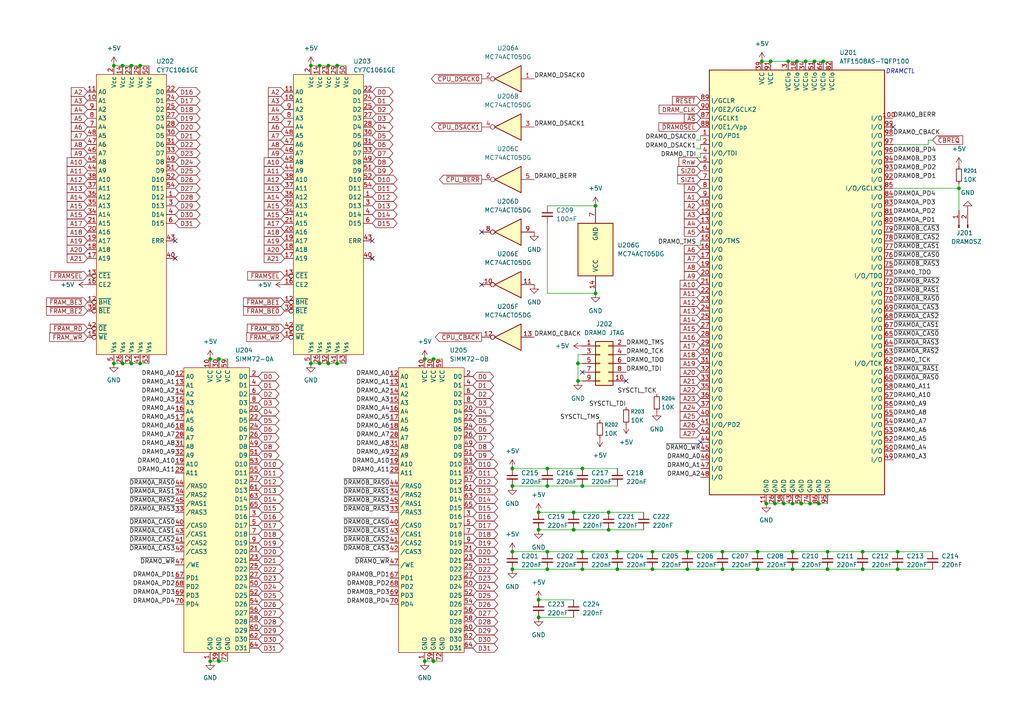
<source format=kicad_sch>
(kicad_sch (version 20250114) (generator "eeschema") (generator_version "9.0")
  (paper "A4")
  (text "DRAMCTL" (at 261.112 20.828 0) (effects (font (size 1.27 1.27) (italic yes))))
  (junction (at 158.75 135.89))
  (junction (at 38.1 19.05))
  (junction (at 232.41 146.05))
  (junction (at 95.25 105.41))
  (junction (at 224.79 146.05))
  (junction (at 199.39 165.1))
  (junction (at 158.75 165.1))
  (junction (at 60.96 104.14))
  (junction (at 219.71 160.02))
  (junction (at 148.59 135.89))
  (junction (at 219.71 165.1))
  (junction (at 229.87 146.05))
  (junction (at 158.75 160.02))
  (junction (at 97.79 19.05))
  (junction (at 229.87 165.1))
  (junction (at 179.07 160.02))
  (junction (at 228.6 17.78))
  (junction (at 260.35 160.02))
  (junction (at 156.21 153.67))
  (junction (at 95.25 19.05))
  (junction (at 125.73 191.77))
  (junction (at 233.68 17.78))
  (junction (at 166.37 153.67))
  (junction (at 60.96 191.77))
  (junction (at 35.56 19.05))
  (junction (at 260.35 165.1))
  (junction (at 90.17 19.05))
  (junction (at 92.71 105.41))
  (junction (at 240.03 165.1))
  (junction (at 40.64 105.41))
  (junction (at 156.21 173.99))
  (junction (at 167.64 105.41))
  (junction (at 63.5 104.14))
  (junction (at 35.56 105.41))
  (junction (at 209.55 165.1))
  (junction (at 38.1 105.41))
  (junction (at 40.64 19.05))
  (junction (at 223.52 17.78))
  (junction (at 156.21 179.07))
  (junction (at 167.64 110.49))
  (junction (at 240.03 160.02))
  (junction (at 168.91 160.02))
  (junction (at 97.79 105.41))
  (junction (at 168.91 135.89))
  (junction (at 179.07 165.1))
  (junction (at 236.22 17.78))
  (junction (at 123.19 191.77))
  (junction (at 209.55 160.02))
  (junction (at 222.25 146.05))
  (junction (at 250.19 160.02))
  (junction (at 63.5 191.77))
  (junction (at 220.98 17.78))
  (junction (at 172.72 59.69))
  (junction (at 92.71 19.05))
  (junction (at 90.17 105.41))
  (junction (at 168.91 140.97))
  (junction (at 229.87 160.02))
  (junction (at 237.49 146.05))
  (junction (at 123.19 104.14))
  (junction (at 148.59 165.1))
  (junction (at 231.14 17.78))
  (junction (at 33.02 105.41))
  (junction (at 238.76 17.78))
  (junction (at 156.21 148.59))
  (junction (at 158.75 140.97))
  (junction (at 250.19 165.1))
  (junction (at 125.73 104.14))
  (junction (at 227.33 146.05))
  (junction (at 234.95 146.05))
  (junction (at 176.53 153.67))
  (junction (at 148.59 140.97))
  (junction (at 148.59 160.02))
  (junction (at 172.72 85.09))
  (junction (at 189.23 160.02))
  (junction (at 176.53 148.59))
  (junction (at 278.13 54.61))
  (junction (at 168.91 165.1))
  (junction (at 33.02 19.05))
  (junction (at 189.23 165.1))
  (junction (at 199.39 160.02))
  (junction (at 166.37 148.59))
  (no_connect (at 50.8 74.93))
  (no_connect (at 107.95 74.93))
  (no_connect (at 181.61 110.49))
  (no_connect (at 168.91 107.95))
  (no_connect (at 50.8 69.85))
  (no_connect (at 107.95 69.85))
  (no_connect (at 203.2 128.27))
  (no_connect (at 139.7 82.55))
  (no_connect (at 259.08 36.83))
  (no_connect (at 139.7 67.31))
  (wire (pts (xy 203.2 40.64) (xy 203.2 39.37)))
  (wire (pts (xy 158.75 160.02) (xy 168.91 160.02)))
  (wire (pts (xy 167.64 105.41) (xy 167.64 110.49)))
  (wire (pts (xy 240.03 160.02) (xy 250.19 160.02)))
  (wire (pts (xy 260.35 165.1) (xy 270.51 165.1)))
  (wire (pts (xy 33.02 19.05) (xy 35.56 19.05)))
  (wire (pts (xy 219.71 160.02) (xy 229.87 160.02)))
  (wire (pts (xy 229.87 146.05) (xy 232.41 146.05)))
  (wire (pts (xy 60.96 104.14) (xy 63.5 104.14)))
  (wire (pts (xy 259.08 54.61) (xy 278.13 54.61)))
  (wire (pts (xy 148.59 140.97) (xy 158.75 140.97)))
  (wire (pts (xy 35.56 105.41) (xy 38.1 105.41)))
  (wire (pts (xy 158.75 85.09) (xy 172.72 85.09)))
  (wire (pts (xy 95.25 105.41) (xy 97.79 105.41)))
  (wire (pts (xy 234.95 146.05) (xy 237.49 146.05)))
  (wire (pts (xy 168.91 135.89) (xy 179.07 135.89)))
  (wire (pts (xy 166.37 148.59) (xy 176.53 148.59)))
  (wire (pts (xy 156.21 153.67) (xy 166.37 153.67)))
  (wire (pts (xy 158.75 64.77) (xy 158.75 85.09)))
  (wire (pts (xy 158.75 140.97) (xy 168.91 140.97)))
  (wire (pts (xy 92.71 105.41) (xy 95.25 105.41)))
  (wire (pts (xy 231.14 17.78) (xy 233.68 17.78)))
  (wire (pts (xy 201.93 40.64) (xy 203.2 40.64)))
  (wire (pts (xy 199.39 165.1) (xy 209.55 165.1)))
  (wire (pts (xy 176.53 148.59) (xy 186.69 148.59)))
  (wire (pts (xy 33.02 105.41) (xy 35.56 105.41)))
  (wire (pts (xy 167.64 102.87) (xy 167.64 105.41)))
  (wire (pts (xy 201.93 43.18) (xy 203.2 43.18)))
  (wire (pts (xy 156.21 148.59) (xy 166.37 148.59)))
  (wire (pts (xy 63.5 104.14) (xy 66.04 104.14)))
  (wire (pts (xy 229.87 165.1) (xy 240.03 165.1)))
  (wire (pts (xy 240.03 165.1) (xy 250.19 165.1)))
  (wire (pts (xy 203.2 43.18) (xy 203.2 41.91)))
  (wire (pts (xy 123.19 104.14) (xy 125.73 104.14)))
  (wire (pts (xy 269.24 40.64) (xy 269.24 41.91)))
  (wire (pts (xy 203.2 71.12) (xy 203.2 69.85)))
  (wire (pts (xy 176.53 153.67) (xy 186.69 153.67)))
  (wire (pts (xy 189.23 165.1) (xy 199.39 165.1)))
  (wire (pts (xy 40.64 105.41) (xy 43.18 105.41)))
  (wire (pts (xy 97.79 19.05) (xy 100.33 19.05)))
  (wire (pts (xy 92.71 19.05) (xy 95.25 19.05)))
  (wire (pts (xy 158.75 59.69) (xy 172.72 59.69)))
  (wire (pts (xy 229.87 160.02) (xy 240.03 160.02)))
  (wire (pts (xy 223.52 17.78) (xy 228.6 17.78)))
  (wire (pts (xy 125.73 104.14) (xy 128.27 104.14)))
  (wire (pts (xy 201.93 45.72) (xy 203.2 45.72)))
  (wire (pts (xy 203.2 45.72) (xy 203.2 44.45)))
  (wire (pts (xy 167.64 105.41) (xy 168.91 105.41)))
  (wire (pts (xy 90.17 19.05) (xy 92.71 19.05)))
  (wire (pts (xy 95.25 19.05) (xy 97.79 19.05)))
  (wire (pts (xy 270.51 40.64) (xy 269.24 40.64)))
  (wire (pts (xy 238.76 17.78) (xy 241.3 17.78)))
  (wire (pts (xy 236.22 17.78) (xy 238.76 17.78)))
  (wire (pts (xy 168.91 160.02) (xy 179.07 160.02)))
  (wire (pts (xy 219.71 165.1) (xy 229.87 165.1)))
  (wire (pts (xy 250.19 160.02) (xy 260.35 160.02)))
  (wire (pts (xy 199.39 160.02) (xy 209.55 160.02)))
  (wire (pts (xy 250.19 165.1) (xy 260.35 165.1)))
  (wire (pts (xy 158.75 135.89) (xy 168.91 135.89)))
  (wire (pts (xy 40.64 19.05) (xy 43.18 19.05)))
  (wire (pts (xy 156.21 179.07) (xy 166.37 179.07)))
  (wire (pts (xy 189.23 160.02) (xy 199.39 160.02)))
  (wire (pts (xy 224.79 146.05) (xy 227.33 146.05)))
  (wire (pts (xy 227.33 146.05) (xy 229.87 146.05)))
  (wire (pts (xy 167.64 110.49) (xy 168.91 110.49)))
  (wire (pts (xy 90.17 105.41) (xy 92.71 105.41)))
  (wire (pts (xy 148.59 135.89) (xy 158.75 135.89)))
  (wire (pts (xy 148.59 165.1) (xy 158.75 165.1)))
  (wire (pts (xy 220.98 17.78) (xy 223.52 17.78)))
  (wire (pts (xy 168.91 140.97) (xy 179.07 140.97)))
  (wire (pts (xy 179.07 165.1) (xy 189.23 165.1)))
  (wire (pts (xy 156.21 173.99) (xy 166.37 173.99)))
  (wire (pts (xy 179.07 160.02) (xy 189.23 160.02)))
  (wire (pts (xy 63.5 191.77) (xy 66.04 191.77)))
  (wire (pts (xy 233.68 17.78) (xy 236.22 17.78)))
  (wire (pts (xy 278.13 54.61) (xy 278.13 53.34)))
  (wire (pts (xy 278.13 54.61) (xy 278.13 60.96)))
  (wire (pts (xy 148.59 160.02) (xy 158.75 160.02)))
  (wire (pts (xy 38.1 19.05) (xy 40.64 19.05)))
  (wire (pts (xy 125.73 191.77) (xy 128.27 191.77)))
  (wire (pts (xy 201.93 71.12) (xy 203.2 71.12)))
  (wire (pts (xy 209.55 165.1) (xy 219.71 165.1)))
  (wire (pts (xy 232.41 146.05) (xy 234.95 146.05)))
  (wire (pts (xy 168.91 165.1) (xy 179.07 165.1)))
  (wire (pts (xy 168.91 102.87) (xy 167.64 102.87)))
  (wire (pts (xy 166.37 153.67) (xy 176.53 153.67)))
  (wire (pts (xy 260.35 160.02) (xy 270.51 160.02)))
  (wire (pts (xy 35.56 19.05) (xy 38.1 19.05)))
  (wire (pts (xy 209.55 160.02) (xy 219.71 160.02)))
  (wire (pts (xy 123.19 191.77) (xy 125.73 191.77)))
  (wire (pts (xy 97.79 105.41) (xy 100.33 105.41)))
  (wire (pts (xy 222.25 146.05) (xy 224.79 146.05)))
  (wire (pts (xy 269.24 41.91) (xy 259.08 41.91)))
  (wire (pts (xy 237.49 146.05) (xy 240.03 146.05)))
  (wire (pts (xy 228.6 17.78) (xy 231.14 17.78)))
  (wire (pts (xy 158.75 165.1) (xy 168.91 165.1)))
  (wire (pts (xy 38.1 105.41) (xy 40.64 105.41)))
  (wire (pts (xy 60.96 191.77) (xy 63.5 191.77)))
  (label "DRAM0_A1" (at 203.2 135.89 180))
  (label "DRAM0A_PD1" (at 259.08 64.77 0))
  (label "DRAM0_A1" (at 113.03 111.76 180))
  (label "DRAM0_A8" (at 50.8 129.54 180))
  (label "~{DRAM0B_CAS0}" (at 113.03 152.4 180))
  (label "~{DRAM0B_CAS3}" (at 113.03 160.02 180))
  (label "DRAM0_A4" (at 259.08 130.81 0))
  (label "~{DRAM0A_RAS0}" (at 259.08 110.49 0))
  (label "DRAM0_A6" (at 259.08 125.73 0))
  (label "DRAM0_TMS" (at 181.61 100.33 0))
  (label "~{DRAM0A_RAS2}" (at 259.08 102.87 0))
  (label "DRAM0_A9" (at 50.8 132.08 180))
  (label "DRAM0_A8" (at 113.03 129.54 180))
  (label "~{DRAM0A_CAS2}" (at 259.08 92.71 0))
  (label "DRAM0_TCK" (at 259.08 105.41 0))
  (label "~{DRAM0B_CAS0}" (at 259.08 74.93 0))
  (label "DRAM0_A11" (at 50.8 137.16 180))
  (label "DRAM0_A10" (at 50.8 134.62 180))
  (label "DRAM0B_PD3" (at 113.03 172.72 180))
  (label "DRAM0B_PD2" (at 113.03 170.18 180))
  (label "DRAM0_A7" (at 259.08 123.19 0))
  (label "DRAM0_A0" (at 50.8 109.22 180))
  (label "~{DRAM0B_CAS2}" (at 259.08 69.85 0))
  (label "DRAM0B_PD1" (at 259.08 52.07 0))
  (label "DRAM0_CBACK" (at 154.94 97.79 0))
  (label "DRAM0A_PD2" (at 50.8 170.18 180))
  (label "DRAM0_A10" (at 113.03 134.62 180))
  (label "DRAM0_TMS" (at 201.93 71.12 180))
  (label "~{DRAM0B_RAS1}" (at 113.03 143.51 180))
  (label "DRAM0_A5" (at 50.8 121.92 180))
  (label "DRAM0A_PD3" (at 259.08 59.69 0))
  (label "~{DRAM0B_CAS1}" (at 259.08 72.39 0))
  (label "DRAM0_A3" (at 113.03 116.84 180))
  (label "~{DRAM0B_CAS2}" (at 113.03 157.48 180))
  (label "DRAM0_TDI" (at 201.93 45.72 180))
  (label "DRAM0_A2" (at 113.03 114.3 180))
  (label "~{DRAM0B_CAS3}" (at 259.08 67.31 0))
  (label "~{DRAM0B_RAS3}" (at 259.08 77.47 0))
  (label "DRAM0_A11" (at 113.03 137.16 180))
  (label "SYSCTL_TDI" (at 181.61 118.11 180))
  (label "SYSCTL_TMS" (at 173.99 121.92 180))
  (label "DRAM0_A2" (at 50.8 114.3 180))
  (label "DRAM0_TDO" (at 181.61 105.41 0))
  (label "DRAM0_DSACK1" (at 154.94 36.83 0))
  (label "DRAM0A_PD3" (at 50.8 172.72 180))
  (label "~{DRAM0A_RAS3}" (at 50.8 148.59 180))
  (label "DRAM0_A3" (at 259.08 133.35 0))
  (label "DRAM0_A10" (at 259.08 115.57 0))
  (label "~{DRAM0A_RAS1}" (at 259.08 107.95 0))
  (label "DRAM0_A5" (at 113.03 121.92 180))
  (label "~{DRAM0_WR}" (at 113.03 163.83 180))
  (label "~{DRAM0B_RAS2}" (at 113.03 146.05 180))
  (label "DRAM0A_PD2" (at 259.08 62.23 0))
  (label "~{DRAM0A_CAS3}" (at 50.8 160.02 180))
  (label "~{DRAM0A_CAS1}" (at 50.8 154.94 180))
  (label "DRAM0_A4" (at 113.03 119.38 180))
  (label "DRAM0_TDO" (at 259.08 80.01 0))
  (label "DRAM0_A11" (at 259.08 113.03 0))
  (label "DRAM0_DSACK0" (at 201.93 40.64 180))
  (label "DRAM0_A7" (at 50.8 127 180))
  (label "~{DRAM0A_CAS0}" (at 50.8 152.4 180))
  (label "~{DRAM0B_RAS0}" (at 259.08 87.63 0))
  (label "DRAM0_BERR" (at 259.08 34.29 0))
  (label "DRAM0_A6" (at 113.03 124.46 180))
  (label "~{DRAM0A_RAS1}" (at 50.8 143.51 180))
  (label "DRAM0_A7" (at 113.03 127 180))
  (label "DRAM0_A2" (at 203.2 138.43 180))
  (label "DRAM0_DSACK0" (at 154.94 22.86 0))
  (label "~{DRAM0A_RAS3}" (at 259.08 100.33 0))
  (label "DRAM0_TCK" (at 181.61 102.87 0))
  (label "DRAM0_A6" (at 50.8 124.46 180))
  (label "DRAM0_A8" (at 259.08 120.65 0))
  (label "DRAM0_A9" (at 113.03 132.08 180))
  (label "~{DRAM0A_CAS0}" (at 259.08 97.79 0))
  (label "~{DRAM0_WR}" (at 203.2 130.81 180))
  (label "~{DRAM0A_RAS0}" (at 50.8 140.97 180))
  (label "~{DRAM0B_RAS3}" (at 113.03 148.59 180))
  (label "DRAM0B_PD3" (at 259.08 46.99 0))
  (label "DRAM0_BERR" (at 154.94 52.07 0))
  (label "~{DRAM0A_CAS3}" (at 259.08 90.17 0))
  (label "DRAM0A_PD1" (at 50.8 167.64 180))
  (label "DRAM0A_PD4" (at 50.8 175.26 180))
  (label "~{DRAM0_WR}" (at 50.8 163.83 180))
  (label "~{DRAM0B_RAS1}" (at 259.08 85.09 0))
  (label "DRAM0_A1" (at 50.8 111.76 180))
  (label "~{DRAM0A_RAS2}" (at 50.8 146.05 180))
  (label "DRAM0_A0" (at 203.2 133.35 180))
  (label "~{DRAM0B_RAS0}" (at 113.03 140.97 180))
  (label "~{DRAM0A_CAS2}" (at 50.8 157.48 180))
  (label "DRAM0B_PD2" (at 259.08 49.53 0))
  (label "DRAM0_TDI" (at 181.61 107.95 0))
  (label "DRAM0_CBACK" (at 259.08 39.37 0))
  (label "SYSCTL_TCK" (at 190.5 114.3 180))
  (label "DRAM0_A4" (at 50.8 119.38 180))
  (label "DRAM0B_PD4" (at 113.03 175.26 180))
  (label "~{DRAM0B_RAS2}" (at 259.08 82.55 0))
  (label "~{DRAM0B_CAS1}" (at 113.03 154.94 180))
  (label "~{DRAM0A_CAS1}" (at 259.08 95.25 0))
  (label "DRAM0B_PD4" (at 259.08 44.45 0))
  (label "DRAM0_DSACK1" (at 201.93 43.18 180))
  (label "DRAM0_A9" (at 259.08 118.11 0))
  (label "DRAM0_A3" (at 50.8 116.84 180))
  (label "DRAM0_A0" (at 113.03 109.22 180))
  (label "DRAM0_A5" (at 259.08 128.27 0))
  (label "DRAM0B_PD1" (at 113.03 167.64 180))
  (label "DRAM0A_PD4" (at 259.08 57.15 0))
  (global_label "A9" (shape input) (at 25.4 44.45 180) (property "Intersheetrefs" "${INTERSHEET_REFS}" (effects (hide yes))))
  (global_label "A14" (shape input) (at 82.55 57.15 180) (property "Intersheetrefs" "${INTERSHEET_REFS}" (effects (hide yes))))
  (global_label "A2" (shape input) (at 25.4 26.67 180) (property "Intersheetrefs" "${INTERSHEET_REFS}" (effects (hide yes))))
  (global_label "D9" (shape bidirectional) (at 137.16 132.08 0) (property "Intersheetrefs" "${INTERSHEET_REFS}" (effects (hide yes))))
  (global_label "A17" (shape input) (at 25.4 64.77 180) (property "Intersheetrefs" "${INTERSHEET_REFS}" (effects (hide yes))))
  (global_label "D29" (shape bidirectional) (at 74.93 182.88 0) (property "Intersheetrefs" "${INTERSHEET_REFS}" (effects (hide yes))))
  (global_label "SIZ0" (shape input) (at 203.2 49.53 180) (property "Intersheetrefs" "${INTERSHEET_REFS}" (effects (hide yes))))
  (global_label "~{FRAM_RD}" (shape input) (at 25.4 95.25 180) (property "Intersheetrefs" "${INTERSHEET_REFS}" (effects (hide yes))))
  (global_label "A6" (shape input) (at 25.4 36.83 180) (property "Intersheetrefs" "${INTERSHEET_REFS}" (effects (hide yes))))
  (global_label "A17" (shape input) (at 82.55 64.77 180) (property "Intersheetrefs" "${INTERSHEET_REFS}" (effects (hide yes))))
  (global_label "D14" (shape bidirectional) (at 74.93 144.78 0) (property "Intersheetrefs" "${INTERSHEET_REFS}" (effects (hide yes))))
  (global_label "~{FRAM_BE3}" (shape input) (at 25.4 87.63 180) (property "Intersheetrefs" "${INTERSHEET_REFS}" (effects (hide yes))))
  (global_label "D29" (shape bidirectional) (at 137.16 182.88 0) (property "Intersheetrefs" "${INTERSHEET_REFS}" (effects (hide yes))))
  (global_label "A19" (shape input) (at 25.4 69.85 180) (property "Intersheetrefs" "${INTERSHEET_REFS}" (effects (hide yes))))
  (global_label "D17" (shape bidirectional) (at 50.8 29.21 0) (property "Intersheetrefs" "${INTERSHEET_REFS}" (effects (hide yes))))
  (global_label "A7" (shape input) (at 203.2 74.93 180) (property "Intersheetrefs" "${INTERSHEET_REFS}" (effects (hide yes))))
  (global_label "A13" (shape input) (at 82.55 54.61 180) (property "Intersheetrefs" "${INTERSHEET_REFS}" (effects (hide yes))))
  (global_label "A11" (shape input) (at 25.4 49.53 180) (property "Intersheetrefs" "${INTERSHEET_REFS}" (effects (hide yes))))
  (global_label "D0" (shape bidirectional) (at 137.16 109.22 0) (property "Intersheetrefs" "${INTERSHEET_REFS}" (effects (hide yes))))
  (global_label "A20" (shape input) (at 203.2 107.95 180) (property "Intersheetrefs" "${INTERSHEET_REFS}" (effects (hide yes))))
  (global_label "D9" (shape bidirectional) (at 74.93 132.08 0) (property "Intersheetrefs" "${INTERSHEET_REFS}" (effects (hide yes))))
  (global_label "~{FRAM_BE1}" (shape input) (at 82.55 87.63 180) (property "Intersheetrefs" "${INTERSHEET_REFS}" (effects (hide yes))))
  (global_label "D26" (shape bidirectional) (at 50.8 52.07 0) (property "Intersheetrefs" "${INTERSHEET_REFS}" (effects (hide yes))))
  (global_label "D23" (shape bidirectional) (at 137.16 167.64 0) (property "Intersheetrefs" "${INTERSHEET_REFS}" (effects (hide yes))))
  (global_label "A21" (shape input) (at 203.2 110.49 180) (property "Intersheetrefs" "${INTERSHEET_REFS}" (effects (hide yes))))
  (global_label "D11" (shape bidirectional) (at 107.95 54.61 0) (property "Intersheetrefs" "${INTERSHEET_REFS}" (effects (hide yes))))
  (global_label "D24" (shape bidirectional) (at 74.93 170.18 0) (property "Intersheetrefs" "${INTERSHEET_REFS}" (effects (hide yes))))
  (global_label "D11" (shape bidirectional) (at 137.16 137.16 0) (property "Intersheetrefs" "${INTERSHEET_REFS}" (effects (hide yes))))
  (global_label "A7" (shape input) (at 82.55 39.37 180) (property "Intersheetrefs" "${INTERSHEET_REFS}" (effects (hide yes))))
  (global_label "D27" (shape bidirectional) (at 74.93 177.8 0) (property "Intersheetrefs" "${INTERSHEET_REFS}" (effects (hide yes))))
  (global_label "D3" (shape bidirectional) (at 137.16 116.84 0) (property "Intersheetrefs" "${INTERSHEET_REFS}" (effects (hide yes))))
  (global_label "A23" (shape input) (at 203.2 115.57 180) (property "Intersheetrefs" "${INTERSHEET_REFS}" (effects (hide yes))))
  (global_label "D26" (shape bidirectional) (at 137.16 175.26 0) (property "Intersheetrefs" "${INTERSHEET_REFS}" (effects (hide yes))))
  (global_label "D31" (shape bidirectional) (at 50.8 64.77 0) (property "Intersheetrefs" "${INTERSHEET_REFS}" (effects (hide yes))))
  (global_label "D18" (shape bidirectional) (at 137.16 154.94 0) (property "Intersheetrefs" "${INTERSHEET_REFS}" (effects (hide yes))))
  (global_label "A5" (shape input) (at 82.55 34.29 180) (property "Intersheetrefs" "${INTERSHEET_REFS}" (effects (hide yes))))
  (global_label "A3" (shape input) (at 82.55 29.21 180) (property "Intersheetrefs" "${INTERSHEET_REFS}" (effects (hide yes))))
  (global_label "D19" (shape bidirectional) (at 74.93 157.48 0) (property "Intersheetrefs" "${INTERSHEET_REFS}" (effects (hide yes))))
  (global_label "D29" (shape bidirectional) (at 50.8 59.69 0) (property "Intersheetrefs" "${INTERSHEET_REFS}" (effects (hide yes))))
  (global_label "D5" (shape bidirectional) (at 107.95 39.37 0) (property "Intersheetrefs" "${INTERSHEET_REFS}" (effects (hide yes))))
  (global_label "D4" (shape bidirectional) (at 74.93 119.38 0) (property "Intersheetrefs" "${INTERSHEET_REFS}" (effects (hide yes))))
  (global_label "D30" (shape bidirectional) (at 137.16 185.42 0) (property "Intersheetrefs" "${INTERSHEET_REFS}" (effects (hide yes))))
  (global_label "A9" (shape input) (at 82.55 44.45 180) (property "Intersheetrefs" "${INTERSHEET_REFS}" (effects (hide yes))))
  (global_label "A10" (shape input) (at 25.4 46.99 180) (property "Intersheetrefs" "${INTERSHEET_REFS}" (effects (hide yes))))
  (global_label "D15" (shape bidirectional) (at 107.95 64.77 0) (property "Intersheetrefs" "${INTERSHEET_REFS}" (effects (hide yes))))
  (global_label "D21" (shape bidirectional) (at 50.8 39.37 0) (property "Intersheetrefs" "${INTERSHEET_REFS}" (effects (hide yes))))
  (global_label "A19" (shape input) (at 203.2 105.41 180) (property "Intersheetrefs" "${INTERSHEET_REFS}" (effects (hide yes))))
  (global_label "D6" (shape bidirectional) (at 137.16 124.46 0) (property "Intersheetrefs" "${INTERSHEET_REFS}" (effects (hide yes))))
  (global_label "D15" (shape bidirectional) (at 137.16 147.32 0) (property "Intersheetrefs" "${INTERSHEET_REFS}" (effects (hide yes))))
  (global_label "D28" (shape bidirectional) (at 137.16 180.34 0) (property "Intersheetrefs" "${INTERSHEET_REFS}" (effects (hide yes))))
  (global_label "~{AS}" (shape input) (at 203.2 34.29 180) (property "Intersheetrefs" "${INTERSHEET_REFS}" (effects (hide yes))))
  (global_label "A12" (shape input) (at 82.55 52.07 180) (property "Intersheetrefs" "${INTERSHEET_REFS}" (effects (hide yes))))
  (global_label "A15" (shape input) (at 25.4 62.23 180) (property "Intersheetrefs" "${INTERSHEET_REFS}" (effects (hide yes))))
  (global_label "D28" (shape bidirectional) (at 74.93 180.34 0) (property "Intersheetrefs" "${INTERSHEET_REFS}" (effects (hide yes))))
  (global_label "A21" (shape input) (at 82.55 74.93 180) (property "Intersheetrefs" "${INTERSHEET_REFS}" (effects (hide yes))))
  (global_label "D6" (shape bidirectional) (at 107.95 41.91 0) (property "Intersheetrefs" "${INTERSHEET_REFS}" (effects (hide yes))))
  (global_label "D12" (shape bidirectional) (at 74.93 139.7 0) (property "Intersheetrefs" "${INTERSHEET_REFS}" (effects (hide yes))))
  (global_label "D11" (shape bidirectional) (at 74.93 137.16 0) (property "Intersheetrefs" "${INTERSHEET_REFS}" (effects (hide yes))))
  (global_label "D10" (shape bidirectional) (at 137.16 134.62 0) (property "Intersheetrefs" "${INTERSHEET_REFS}" (effects (hide yes))))
  (global_label "D25" (shape bidirectional) (at 74.93 172.72 0) (property "Intersheetrefs" "${INTERSHEET_REFS}" (effects (hide yes))))
  (global_label "D7" (shape bidirectional) (at 74.93 127 0) (property "Intersheetrefs" "${INTERSHEET_REFS}" (effects (hide yes))))
  (global_label "D21" (shape bidirectional) (at 137.16 162.56 0) (property "Intersheetrefs" "${INTERSHEET_REFS}" (effects (hide yes))))
  (global_label "D19" (shape bidirectional) (at 137.16 157.48 0) (property "Intersheetrefs" "${INTERSHEET_REFS}" (effects (hide yes))))
  (global_label "~{FRAMSEL}" (shape input) (at 82.55 80.01 180) (property "Intersheetrefs" "${INTERSHEET_REFS}" (effects (hide yes))))
  (global_label "D5" (shape bidirectional) (at 74.93 121.92 0) (property "Intersheetrefs" "${INTERSHEET_REFS}" (effects (hide yes))))
  (global_label "A12" (shape input) (at 25.4 52.07 180) (property "Intersheetrefs" "${INTERSHEET_REFS}" (effects (hide yes))))
  (global_label "D16" (shape bidirectional) (at 50.8 26.67 0) (property "Intersheetrefs" "${INTERSHEET_REFS}" (effects (hide yes))))
  (global_label "A18" (shape input) (at 25.4 67.31 180) (property "Intersheetrefs" "${INTERSHEET_REFS}" (effects (hide yes))))
  (global_label "~{CPU_CBACK}" (shape output) (at 139.7 97.79 180) (property "Intersheetrefs" "${INTERSHEET_REFS}" (effects (hide yes))))
  (global_label "A24" (shape input) (at 203.2 118.11 180) (property "Intersheetrefs" "${INTERSHEET_REFS}" (effects (hide yes))))
  (global_label "D31" (shape bidirectional) (at 74.93 187.96 0) (property "Intersheetrefs" "${INTERSHEET_REFS}" (effects (hide yes))))
  (global_label "D12" (shape bidirectional) (at 107.95 57.15 0) (property "Intersheetrefs" "${INTERSHEET_REFS}" (effects (hide yes))))
  (global_label "A14" (shape input) (at 25.4 57.15 180) (property "Intersheetrefs" "${INTERSHEET_REFS}" (effects (hide yes))))
  (global_label "D14" (shape bidirectional) (at 107.95 62.23 0) (property "Intersheetrefs" "${INTERSHEET_REFS}" (effects (hide yes))))
  (global_label "~{CPU_BERR}" (shape output) (at 139.7 52.07 180) (property "Intersheetrefs" "${INTERSHEET_REFS}" (effects (hide yes))))
  (global_label "A2" (shape input) (at 82.55 26.67 180) (property "Intersheetrefs" "${INTERSHEET_REFS}" (effects (hide yes))))
  (global_label "A15" (shape input) (at 25.4 59.69 180) (property "Intersheetrefs" "${INTERSHEET_REFS}" (effects (hide yes))))
  (global_label "A10" (shape input) (at 82.55 46.99 180) (property "Intersheetrefs" "${INTERSHEET_REFS}" (effects (hide yes))))
  (global_label "D24" (shape bidirectional) (at 137.16 170.18 0) (property "Intersheetrefs" "${INTERSHEET_REFS}" (effects (hide yes))))
  (global_label "D0" (shape bidirectional) (at 74.93 109.22 0) (property "Intersheetrefs" "${INTERSHEET_REFS}" (effects (hide yes))))
  (global_label "A10" (shape input) (at 203.2 82.55 180) (property "Intersheetrefs" "${INTERSHEET_REFS}" (effects (hide yes))))
  (global_label "D21" (shape bidirectional) (at 74.93 162.56 0) (property "Intersheetrefs" "${INTERSHEET_REFS}" (effects (hide yes))))
  (global_label "D13" (shape bidirectional) (at 107.95 59.69 0) (property "Intersheetrefs" "${INTERSHEET_REFS}" (effects (hide yes))))
  (global_label "D2" (shape bidirectional) (at 74.93 114.3 0) (property "Intersheetrefs" "${INTERSHEET_REFS}" (effects (hide yes))))
  (global_label "DRAM_CLK" (shape input) (at 203.2 31.75 180) (property "Intersheetrefs" "${INTERSHEET_REFS}" (effects (hide yes))))
  (global_label "D24" (shape bidirectional) (at 50.8 46.99 0) (property "Intersheetrefs" "${INTERSHEET_REFS}" (effects (hide yes))))
  (global_label "A19" (shape input) (at 82.55 69.85 180) (property "Intersheetrefs" "${INTERSHEET_REFS}" (effects (hide yes))))
  (global_label "D3" (shape bidirectional) (at 107.95 34.29 0) (property "Intersheetrefs" "${INTERSHEET_REFS}" (effects (hide yes))))
  (global_label "A13" (shape input) (at 25.4 54.61 180) (property "Intersheetrefs" "${INTERSHEET_REFS}" (effects (hide yes))))
  (global_label "D27" (shape bidirectional) (at 50.8 54.61 0) (property "Intersheetrefs" "${INTERSHEET_REFS}" (effects (hide yes))))
  (global_label "A25" (shape input) (at 203.2 120.65 180) (property "Intersheetrefs" "${INTERSHEET_REFS}" (effects (hide yes))))
  (global_label "D2" (shape bidirectional) (at 137.16 114.3 0) (property "Intersheetrefs" "${INTERSHEET_REFS}" (effects (hide yes))))
  (global_label "D22" (shape bidirectional) (at 137.16 165.1 0) (property "Intersheetrefs" "${INTERSHEET_REFS}" (effects (hide yes))))
  (global_label "A15" (shape input) (at 203.2 95.25 180) (property "Intersheetrefs" "${INTERSHEET_REFS}" (effects (hide yes))))
  (global_label "D9" (shape bidirectional) (at 107.95 49.53 0) (property "Intersheetrefs" "${INTERSHEET_REFS}" (effects (hide yes))))
  (global_label "D10" (shape bidirectional) (at 74.93 134.62 0) (property "Intersheetrefs" "${INTERSHEET_REFS}" (effects (hide yes))))
  (global_label "D0" (shape bidirectional) (at 107.95 26.67 0) (property "Intersheetrefs" "${INTERSHEET_REFS}" (effects (hide yes))))
  (global_label "A4" (shape input) (at 82.55 31.75 180) (property "Intersheetrefs" "${INTERSHEET_REFS}" (effects (hide yes))))
  (global_label "A9" (shape input) (at 203.2 80.01 180) (property "Intersheetrefs" "${INTERSHEET_REFS}" (effects (hide yes))))
  (global_label "A18" (shape input) (at 82.55 67.31 180) (property "Intersheetrefs" "${INTERSHEET_REFS}" (effects (hide yes))))
  (global_label "A3" (shape input) (at 25.4 29.21 180) (property "Intersheetrefs" "${INTERSHEET_REFS}" (effects (hide yes))))
  (global_label "A21" (shape input) (at 25.4 74.93 180) (property "Intersheetrefs" "${INTERSHEET_REFS}" (effects (hide yes))))
  (global_label "D13" (shape bidirectional) (at 137.16 142.24 0) (property "Intersheetrefs" "${INTERSHEET_REFS}" (effects (hide yes))))
  (global_label "D15" (shape bidirectional) (at 74.93 147.32 0) (property "Intersheetrefs" "${INTERSHEET_REFS}" (effects (hide yes))))
  (global_label "D18" (shape bidirectional) (at 50.8 31.75 0) (property "Intersheetrefs" "${INTERSHEET_REFS}" (effects (hide yes))))
  (global_label "D1" (shape bidirectional) (at 74.93 111.76 0) (property "Intersheetrefs" "${INTERSHEET_REFS}" (effects (hide yes))))
  (global_label "D19" (shape bidirectional) (at 50.8 34.29 0) (property "Intersheetrefs" "${INTERSHEET_REFS}" (effects (hide yes))))
  (global_label "~{CPU_DSACK0}" (shape output) (at 139.7 22.86 180) (property "Intersheetrefs" "${INTERSHEET_REFS}" (effects (hide yes))))
  (global_label "D23" (shape bidirectional) (at 74.93 167.64 0) (property "Intersheetrefs" "${INTERSHEET_REFS}" (effects (hide yes))))
  (global_label "SIZ1" (shape input) (at 203.2 52.07 180) (property "Intersheetrefs" "${INTERSHEET_REFS}" (effects (hide yes))))
  (global_label "A14" (shape input) (at 203.2 92.71 180) (property "Intersheetrefs" "${INTERSHEET_REFS}" (effects (hide yes))))
  (global_label "A8" (shape input) (at 203.2 77.47 180) (property "Intersheetrefs" "${INTERSHEET_REFS}" (effects (hide yes))))
  (global_label "A16" (shape input) (at 203.2 97.79 180) (property "Intersheetrefs" "${INTERSHEET_REFS}" (effects (hide yes))))
  (global_label "D27" (shape bidirectional) (at 137.16 177.8 0) (property "Intersheetrefs" "${INTERSHEET_REFS}" (effects (hide yes))))
  (global_label "D5" (shape bidirectional) (at 137.16 121.92 0) (property "Intersheetrefs" "${INTERSHEET_REFS}" (effects (hide yes))))
  (global_label "D26" (shape bidirectional) (at 74.93 175.26 0) (property "Intersheetrefs" "${INTERSHEET_REFS}" (effects (hide yes))))
  (global_label "D18" (shape bidirectional) (at 74.93 154.94 0) (property "Intersheetrefs" "${INTERSHEET_REFS}" (effects (hide yes))))
  (global_label "D25" (shape bidirectional) (at 137.16 172.72 0) (property "Intersheetrefs" "${INTERSHEET_REFS}" (effects (hide yes))))
  (global_label "D17" (shape bidirectional) (at 74.93 152.4 0) (property "Intersheetrefs" "${INTERSHEET_REFS}" (effects (hide yes))))
  (global_label "~{CBREQ}" (shape input) (at 270.51 40.64 0) (property "Intersheetrefs" "${INTERSHEET_REFS}" (effects (hide yes))))
  (global_label "A8" (shape input) (at 82.55 41.91 180) (property "Intersheetrefs" "${INTERSHEET_REFS}" (effects (hide yes))))
  (global_label "D16" (shape bidirectional) (at 137.16 149.86 0) (property "Intersheetrefs" "${INTERSHEET_REFS}" (effects (hide yes))))
  (global_label "D20" (shape bidirectional) (at 74.93 160.02 0) (property "Intersheetrefs" "${INTERSHEET_REFS}" (effects (hide yes))))
  (global_label "A1" (shape input) (at 203.2 57.15 180) (property "Intersheetrefs" "${INTERSHEET_REFS}" (effects (hide yes))))
  (global_label "D1" (shape bidirectional) (at 137.16 111.76 0) (property "Intersheetrefs" "${INTERSHEET_REFS}" (effects (hide yes))))
  (global_label "D30" (shape bidirectional) (at 50.8 62.23 0) (property "Intersheetrefs" "${INTERSHEET_REFS}" (effects (hide yes))))
  (global_label "A11" (shape input) (at 203.2 85.09 180) (property "Intersheetrefs" "${INTERSHEET_REFS}" (effects (hide yes))))
  (global_label "D8" (shape bidirectional) (at 74.93 129.54 0) (property "Intersheetrefs" "${INTERSHEET_REFS}" (effects (hide yes))))
  (global_label "~{RESET}" (shape input) (at 203.2 29.21 180) (property "Intersheetrefs" "${INTERSHEET_REFS}" (effects (hide yes))))
  (global_label "D12" (shape bidirectional) (at 137.16 139.7 0) (property "Intersheetrefs" "${INTERSHEET_REFS}" (effects (hide yes))))
  (global_label "D13" (shape bidirectional) (at 74.93 142.24 0) (property "Intersheetrefs" "${INTERSHEET_REFS}" (effects (hide yes))))
  (global_label "RnW" (shape input) (at 203.2 46.99 180) (property "Intersheetrefs" "${INTERSHEET_REFS}" (effects (hide yes))))
  (global_label "A15" (shape input) (at 82.55 59.69 180) (property "Intersheetrefs" "${INTERSHEET_REFS}" (effects (hide yes))))
  (global_label "D1" (shape bidirectional) (at 107.95 29.21 0) (property "Intersheetrefs" "${INTERSHEET_REFS}" (effects (hide yes))))
  (global_label "A2" (shape input) (at 203.2 59.69 180) (property "Intersheetrefs" "${INTERSHEET_REFS}" (effects (hide yes))))
  (global_label "A11" (shape input) (at 82.55 49.53 180) (property "Intersheetrefs" "${INTERSHEET_REFS}" (effects (hide yes))))
  (global_label "~{FRAMSEL}" (shape input) (at 25.4 80.01 180) (property "Intersheetrefs" "${INTERSHEET_REFS}" (effects (hide yes))))
  (global_label "~{FRAM_RD}" (shape input) (at 82.55 95.25 180) (property "Intersheetrefs" "${INTERSHEET_REFS}" (effects (hide yes))))
  (global_label "A20" (shape input) (at 25.4 72.39 180) (property "Intersheetrefs" "${INTERSHEET_REFS}" (effects (hide yes))))
  (global_label "D16" (shape bidirectional) (at 74.93 149.86 0) (property "Intersheetrefs" "${INTERSHEET_REFS}" (effects (hide yes))))
  (global_label "D20" (shape bidirectional) (at 137.16 160.02 0) (property "Intersheetrefs" "${INTERSHEET_REFS}" (effects (hide yes))))
  (global_label "~{DRAM0SEL}" (shape input) (at 203.2 36.83 180) (property "Intersheetrefs" "${INTERSHEET_REFS}" (effects (hide yes))))
  (global_label "D7" (shape bidirectional) (at 137.16 127 0) (property "Intersheetrefs" "${INTERSHEET_REFS}" (effects (hide yes))))
  (global_label "~{FRAM_BE0}" (shape input) (at 82.55 90.17 180) (property "Intersheetrefs" "${INTERSHEET_REFS}" (effects (hide yes))))
  (global_label "A0" (shape input) (at 203.2 54.61 180) (property "Intersheetrefs" "${INTERSHEET_REFS}" (effects (hide yes))))
  (global_label "~{CPU_DSACK1}" (shape output) (at 139.7 36.83 180) (property "Intersheetrefs" "${INTERSHEET_REFS}" (effects (hide yes))))
  (global_label "A13" (shape input) (at 203.2 90.17 180) (property "Intersheetrefs" "${INTERSHEET_REFS}" (effects (hide yes))))
  (global_label "D20" (shape bidirectional) (at 50.8 36.83 0) (property "Intersheetrefs" "${INTERSHEET_REFS}" (effects (hide yes))))
  (global_label "D30" (shape bidirectional) (at 74.93 185.42 0) (property "Intersheetrefs" "${INTERSHEET_REFS}" (effects (hide yes))))
  (global_label "A26" (shape input) (at 203.2 123.19 180) (property "Intersheetrefs" "${INTERSHEET_REFS}" (effects (hide yes))))
  (global_label "D4" (shape bidirectional) (at 137.16 119.38 0) (property "Intersheetrefs" "${INTERSHEET_REFS}" (effects (hide yes))))
  (global_label "D17" (shape bidirectional) (at 137.16 152.4 0) (property "Intersheetrefs" "${INTERSHEET_REFS}" (effects (hide yes))))
  (global_label "A6" (shape input) (at 82.55 36.83 180) (property "Intersheetrefs" "${INTERSHEET_REFS}" (effects (hide yes))))
  (global_label "A3" (shape input) (at 203.2 62.23 180) (property "Intersheetrefs" "${INTERSHEET_REFS}" (effects (hide yes))))
  (global_label "D22" (shape bidirectional) (at 74.93 165.1 0) (property "Intersheetrefs" "${INTERSHEET_REFS}" (effects (hide yes))))
  (global_label "A6" (shape input) (at 203.2 72.39 180) (property "Intersheetrefs" "${INTERSHEET_REFS}" (effects (hide yes))))
  (global_label "D28" (shape bidirectional) (at 50.8 57.15 0) (property "Intersheetrefs" "${INTERSHEET_REFS}" (effects (hide yes))))
  (global_label "D10" (shape bidirectional) (at 107.95 52.07 0) (property "Intersheetrefs" "${INTERSHEET_REFS}" (effects (hide yes))))
  (global_label "D2" (shape bidirectional) (at 107.95 31.75 0) (property "Intersheetrefs" "${INTERSHEET_REFS}" (effects (hide yes))))
  (global_label "A8" (shape input) (at 25.4 41.91 180) (property "Intersheetrefs" "${INTERSHEET_REFS}" (effects (hide yes))))
  (global_label "D3" (shape bidirectional) (at 74.93 116.84 0) (property "Intersheetrefs" "${INTERSHEET_REFS}" (effects (hide yes))))
  (global_label "A4" (shape input) (at 25.4 31.75 180) (property "Intersheetrefs" "${INTERSHEET_REFS}" (effects (hide yes))))
  (global_label "D22" (shape bidirectional) (at 50.8 41.91 0) (property "Intersheetrefs" "${INTERSHEET_REFS}" (effects (hide yes))))
  (global_label "D8" (shape bidirectional) (at 107.95 46.99 0) (property "Intersheetrefs" "${INTERSHEET_REFS}" (effects (hide yes))))
  (global_label "A20" (shape input) (at 82.55 72.39 180) (property "Intersheetrefs" "${INTERSHEET_REFS}" (effects (hide yes))))
  (global_label "A18" (shape input) (at 203.2 102.87 180) (property "Intersheetrefs" "${INTERSHEET_REFS}" (effects (hide yes))))
  (global_label "D31" (shape bidirectional) (at 137.16 187.96 0) (property "Intersheetrefs" "${INTERSHEET_REFS}" (effects (hide yes))))
  (global_label "D25" (shape bidirectional) (at 50.8 49.53 0) (property "Intersheetrefs" "${INTERSHEET_REFS}" (effects (hide yes))))
  (global_label "A27" (shape input) (at 203.2 125.73 180) (property "Intersheetrefs" "${INTERSHEET_REFS}" (effects (hide yes))))
  (global_label "A17" (shape input) (at 203.2 100.33 180) (property "Intersheetrefs" "${INTERSHEET_REFS}" (effects (hide yes))))
  (global_label "A7" (shape input) (at 25.4 39.37 180) (property "Intersheetrefs" "${INTERSHEET_REFS}" (effects (hide yes))))
  (global_label "D8" (shape bidirectional) (at 137.16 129.54 0) (property "Intersheetrefs" "${INTERSHEET_REFS}" (effects (hide yes))))
  (global_label "A15" (shape input) (at 82.55 62.23 180) (property "Intersheetrefs" "${INTERSHEET_REFS}" (effects (hide yes))))
  (global_label "D14" (shape bidirectional) (at 137.16 144.78 0) (property "Intersheetrefs" "${INTERSHEET_REFS}" (effects (hide yes))))
  (global_label "A4" (shape input) (at 203.2 64.77 180) (property "Intersheetrefs" "${INTERSHEET_REFS}" (effects (hide yes))))
  (global_label "A22" (shape input) (at 203.2 113.03 180) (property "Intersheetrefs" "${INTERSHEET_REFS}" (effects (hide yes))))
  (global_label "A12" (shape input) (at 203.2 87.63 180) (property "Intersheetrefs" "${INTERSHEET_REFS}" (effects (hide yes))))
  (global_label "D23" (shape bidirectional) (at 50.8 44.45 0) (property "Intersheetrefs" "${INTERSHEET_REFS}" (effects (hide yes))))
  (global_label "~{FRAM_BE2}" (shape input) (at 25.4 90.17 180) (property "Intersheetrefs" "${INTERSHEET_REFS}" (effects (hide yes))))
  (global_label "A5" (shape input) (at 25.4 34.29 180) (property "Intersheetrefs" "${INTERSHEET_REFS}" (effects (hide yes))))
  (global_label "~{FRAM_WR}" (shape input) (at 25.4 97.79 180) (property "Intersheetrefs" "${INTERSHEET_REFS}" (effects (hide yes))))
  (global_label "A5" (shape input) (at 203.2 67.31 180) (property "Intersheetrefs" "${INTERSHEET_REFS}" (effects (hide yes))))
  (global_label "~{FRAM_WR}" (shape input) (at 82.55 97.79 180) (property "Intersheetrefs" "${INTERSHEET_REFS}" (effects (hide yes))))
  (global_label "D7" (shape bidirectional) (at 107.95 44.45 0) (property "Intersheetrefs" "${INTERSHEET_REFS}" (effects (hide yes))))
  (global_label "D4" (shape bidirectional) (at 107.95 36.83 0) (property "Intersheetrefs" "${INTERSHEET_REFS}" (effects (hide yes))))
  (global_label "D6" (shape bidirectional) (at 74.93 124.46 0) (property "Intersheetrefs" "${INTERSHEET_REFS}" (effects (hide yes))))
  (symbol (lib_id "Device:C_Small") (at 186.69 151.13 0) (unit 1)
    (property "Reference" "C222" (at 189.23 149.8662 0) (effects (justify left)))
    (property "Value" "220nF" (at 189.23 152.4062 0) (effects (justify left)))
    (property "Footprint" "Capacitor_SMD:C_0805_2012Metric" (effects (hide yes)))
    (property "Description" "Unpolarized capacitor, small symbol" (effects (hide yes)))
  )
  (symbol (lib_id "Device:C_Small") (at 156.21 176.53 0) (unit 1)
    (property "Reference" "C223" (at 158.75 175.2662 0) (effects (justify left)))
    (property "Value" "220nF" (at 158.75 177.8062 0) (effects (justify left)))
    (property "Footprint" "Capacitor_SMD:C_0805_2012Metric" (effects (hide yes)))
    (property "Description" "Unpolarized capacitor, small symbol" (effects (hide yes)))
  )
  (symbol (lib_id "power:GND") (at 148.59 140.97 0) (unit 1)
    (property "Reference" "#PWR0227" (effects (hide yes)))
    (property "Value" "GND" (at 148.59 146.05 0))
    (property "Description" "Power symbol creates a global label with name \"GND\" , ground" (effects (hide yes)))
  )
  (symbol (lib_id "power:+5V") (at 181.61 123.19 180) (unit 1)
    (property "Reference" "#PWR0224" (effects (hide yes)))
    (property "Value" "+5V" (at 181.61 128.27 0))
    (property "Description" "Power symbol creates a global label with name \"+5V\"" (effects (hide yes)))
  )
  (symbol (lib_id "74xx:74LS05") (at 147.32 22.86 180) (unit 1)
    (property "Reference" "U206" (at 147.32 13.97 0))
    (property "Value" "MC74ACT05DG" (at 147.32 16.51 0))
    (property "Footprint" "Package_SO:SOIC-14_3.9x8.7mm_P1.27mm" (effects (hide yes)))
    (property "Datasheet" "http://www.ti.com/lit/gpn/sn74LS05" (effects (hide yes)))
    (property "Description" "Inverter Open Collect" (effects (hide yes)))
    (property "Part" "MC74ACT05DG" (effects (hide yes)))
  )
  (symbol (lib_id "power:GND") (at 156.21 153.67 0) (unit 1)
    (property "Reference" "#PWR0229" (effects (hide yes)))
    (property "Value" "GND" (at 156.21 158.75 0))
    (property "Description" "Power symbol creates a global label with name \"GND\" , ground" (effects (hide yes)))
  )
  (symbol (lib_id "power:+5V") (at 148.59 135.89 0) (unit 1)
    (property "Reference" "#PWR0226" (effects (hide yes)))
    (property "Value" "+5V" (at 148.59 130.81 0))
    (property "Description" "Power symbol creates a global label with name \"+5V\"" (effects (hide yes)))
  )
  (symbol (lib_id "power:+5V") (at 156.21 173.99 0) (unit 1)
    (property "Reference" "#PWR0230" (effects (hide yes)))
    (property "Value" "+5V" (at 156.21 168.91 0))
    (property "Description" "Power symbol creates a global label with name \"+5V\"" (effects (hide yes)))
  )
  (symbol (lib_id "power:+5V") (at 25.4 82.55 90) (unit 1)
    (property "Reference" "#PWR0206" (effects (hide yes)))
    (property "Value" "+5V" (at 21.59 82.5499 90) (effects (justify left)))
    (property "Description" "Power symbol creates a global label with name \"+5V\"" (effects (hide yes)))
  )
  (symbol (lib_id "74xx:74LS05") (at 147.32 36.83 180) (unit 2)
    (property "Reference" "U206" (at 147.32 27.94 0))
    (property "Value" "MC74ACT05DG" (at 147.32 30.48 0))
    (property "Footprint" "Package_SO:SOIC-14_3.9x8.7mm_P1.27mm" (effects (hide yes)))
    (property "Datasheet" "http://www.ti.com/lit/gpn/sn74LS05" (effects (hide yes)))
    (property "Description" "Inverter Open Collect" (effects (hide yes)))
    (property "Part" "MC74ACT05DG" (effects (hide yes)))
  )
  (symbol (lib_id "power:GND") (at 156.21 179.07 0) (unit 1)
    (property "Reference" "#PWR0231" (effects (hide yes)))
    (property "Value" "GND" (at 156.21 184.15 0))
    (property "Description" "Power symbol creates a global label with name \"GND\" , ground" (effects (hide yes)))
  )
  (symbol (lib_id "Device:C_Small") (at 158.75 62.23 0) (unit 1)
    (property "Reference" "C209" (at 161.29 60.9662 0) (effects (justify left)))
    (property "Value" "100nF" (at 161.29 63.5062 0) (effects (justify left)))
    (property "Footprint" "Capacitor_SMD:C_0805_2012Metric" (effects (hide yes)))
    (property "Description" "Unpolarized capacitor, small symbol" (effects (hide yes)))
  )
  (symbol (lib_id "Device:C_Small") (at 229.87 162.56 0) (unit 1)
    (property "Reference" "C210" (at 232.41 161.2962 0) (effects (justify left)))
    (property "Value" "220nF" (at 232.41 163.8362 0) (effects (justify left)))
    (property "Footprint" "Capacitor_SMD:C_0805_2012Metric" (effects (hide yes)))
    (property "Description" "Unpolarized capacitor, small symbol" (effects (hide yes)))
  )
  (symbol (lib_id "Device:C_Small") (at 179.07 138.43 0) (unit 1)
    (property "Reference" "C218" (at 181.61 137.1662 0) (effects (justify left)))
    (property "Value" "220nF" (at 181.61 139.7062 0) (effects (justify left)))
    (property "Footprint" "Capacitor_SMD:C_0805_2012Metric" (effects (hide yes)))
    (property "Description" "Unpolarized capacitor, small symbol" (effects (hide yes)))
  )
  (symbol (lib_id "power:+5V") (at 90.17 19.05 0) (unit 1)
    (property "Reference" "#PWR0210" (effects (hide yes)))
    (property "Value" "+5V" (at 90.17 13.97 0))
    (property "Description" "Power symbol creates a global label with name \"+5V\"" (effects (hide yes)))
  )
  (symbol (lib_id "Device:C_Small") (at 240.03 162.56 0) (unit 1)
    (property "Reference" "C211" (at 242.57 161.2962 0) (effects (justify left)))
    (property "Value" "220nF" (at 242.57 163.8362 0) (effects (justify left)))
    (property "Footprint" "Capacitor_SMD:C_0805_2012Metric" (effects (hide yes)))
    (property "Description" "Unpolarized capacitor, small symbol" (effects (hide yes)))
  )
  (symbol (lib_id "power:+5V") (at 278.13 48.26 0) (unit 1)
    (property "Reference" "#PWR0219" (effects (hide yes)))
    (property "Value" "+5V" (at 278.13 43.18 0))
    (property "Description" "Power symbol creates a global label with name \"+5V\"" (effects (hide yes)))
  )
  (symbol (lib_id "power:+5V") (at 172.72 59.69 0) (unit 1)
    (property "Reference" "#PWR0217" (effects (hide yes)))
    (property "Value" "+5V" (at 172.72 54.61 0))
    (property "Description" "Power symbol creates a global label with name \"+5V\"" (effects (hide yes)))
  )
  (symbol (lib_id "74xx:74LS05") (at 147.32 52.07 180) (unit 3)
    (property "Reference" "U206" (at 147.32 43.18 0))
    (property "Value" "MC74ACT05DG" (at 147.32 45.72 0))
    (property "Footprint" "Package_SO:SOIC-14_3.9x8.7mm_P1.27mm" (effects (hide yes)))
    (property "Datasheet" "http://www.ti.com/lit/gpn/sn74LS05" (effects (hide yes)))
    (property "Description" "Inverter Open Collect" (effects (hide yes)))
    (property "Part" "MC74ACT05DG" (effects (hide yes)))
  )
  (symbol (lib_id "jrt-ICs:ATF1508AS-TQFP100") (at 231.14 74.93 0) (unit 1)
    (property "Reference" "U201" (at 243.4433 15.24 0) (effects (justify left)))
    (property "Value" "ATF1508AS-TQFP100" (at 243.4433 17.78 0) (effects (justify left)))
    (property "Footprint" "Package_QFP:TQFP-100_14x14mm_P0.5mm" (effects (hide yes)))
    (property "Part" "ATF1508AS-7AX100" (effects (hide yes)))
  )
  (symbol (lib_id "power:GND") (at 280.67 60.96 180) (unit 1)
    (property "Reference" "#PWR0220" (effects (hide yes)))
    (property "Value" "GND" (at 280.67 55.88 0))
    (property "Description" "Power symbol creates a global label with name \"GND\" , ground" (effects (hide yes)))
  )
  (symbol (lib_id "power:GND") (at 172.72 85.09 0) (unit 1)
    (property "Reference" "#PWR0218" (effects (hide yes)))
    (property "Value" "GND" (at 172.72 90.17 0))
    (property "Description" "Power symbol creates a global label with name \"GND\" , ground" (effects (hide yes)))
  )
  (symbol (lib_id "Device:C_Small") (at 260.35 162.56 0) (unit 1)
    (property "Reference" "C213" (at 262.89 161.2962 0) (effects (justify left)))
    (property "Value" "220nF" (at 262.89 163.8362 0) (effects (justify left)))
    (property "Footprint" "Capacitor_SMD:C_0805_2012Metric" (effects (hide yes)))
    (property "Description" "Unpolarized capacitor, small symbol" (effects (hide yes)))
  )
  (symbol (lib_id "power:+5V") (at 156.21 148.59 0) (unit 1)
    (property "Reference" "#PWR0228" (effects (hide yes)))
    (property "Value" "+5V" (at 156.21 143.51 0))
    (property "Description" "Power symbol creates a global label with name \"+5V\"" (effects (hide yes)))
  )
  (symbol (lib_id "power:GND") (at 154.94 82.55 0) (unit 1)
    (property "Reference" "#PWR0216" (effects (hide yes)))
    (property "Value" "GND" (at 154.94 87.63 0))
    (property "Description" "Power symbol creates a global label with name \"GND\" , ground" (effects (hide yes)))
  )
  (symbol (lib_id "power:+5V") (at 173.99 127 180) (unit 1)
    (property "Reference" "#PWR0223" (effects (hide yes)))
    (property "Value" "+5V" (at 173.99 132.08 0))
    (property "Description" "Power symbol creates a global label with name \"+5V\"" (effects (hide yes)))
  )
  (symbol (lib_id "jrt-Memory:SIMM72") (at 63.5 148.59 0) (unit 1)
    (property "Reference" "U204" (at 68.1833 101.6 0) (effects (justify left)))
    (property "Value" "SIMM72-0A" (at 68.1833 104.14 0) (effects (justify left)))
    (property "Footprint" "jrt-SIMMs:SIMM-72" (effects (hide yes)))
  )
  (symbol (lib_id "Device:C_Small") (at 158.75 162.56 0) (unit 1)
    (property "Reference" "C202" (at 161.29 161.2962 0) (effects (justify left)))
    (property "Value" "220nF" (at 161.29 163.8362 0) (effects (justify left)))
    (property "Footprint" "Capacitor_SMD:C_0805_2012Metric" (effects (hide yes)))
    (property "Description" "Unpolarized capacitor, small symbol" (effects (hide yes)))
  )
  (symbol (lib_id "power:+5V") (at 123.19 104.14 0) (unit 1)
    (property "Reference" "#PWR0214" (effects (hide yes)))
    (property "Value" "+5V" (at 123.19 99.06 0))
    (property "Description" "Power symbol creates a global label with name \"+5V\"" (effects (hide yes)))
  )
  (symbol (lib_id "Connector_Generic:Conn_02x05_Odd_Even") (at 173.99 105.41 0) (unit 1)
    (property "Reference" "J202" (at 175.26 93.98 0))
    (property "Value" "DRAM0 JTAG" (at 175.26 96.52 0))
    (property "Footprint" "Connector_PinHeader_2.54mm:PinHeader_2x05_P2.54mm_Vertical" (effects (hide yes)))
    (property "Description" "Generic connector, double row, 02x05, odd/even pin numbering scheme (row 1 odd numbers, row 2 even numbers), script generated (kicad-library-utils/schlib/autogen/connector/)" (effects (hide yes)))
  )
  (symbol (lib_id "Device:C_Small") (at 270.51 162.56 0) (unit 1)
    (property "Reference" "C214" (at 273.05 161.2962 0) (effects (justify left)))
    (property "Value" "220nF" (at 273.05 163.8362 0) (effects (justify left)))
    (property "Footprint" "Capacitor_SMD:C_0805_2012Metric" (effects (hide yes)))
    (property "Description" "Unpolarized capacitor, small symbol" (effects (hide yes)))
  )
  (symbol (lib_id "Device:C_Small") (at 156.21 151.13 0) (unit 1)
    (property "Reference" "C219" (at 158.75 149.8662 0) (effects (justify left)))
    (property "Value" "220nF" (at 158.75 152.4062 0) (effects (justify left)))
    (property "Footprint" "Capacitor_SMD:C_0805_2012Metric" (effects (hide yes)))
    (property "Description" "Unpolarized capacitor, small symbol" (effects (hide yes)))
  )
  (symbol (lib_id "power:GND") (at 190.5 119.38 0) (unit 1)
    (property "Reference" "#PWR0225" (effects (hide yes)))
    (property "Value" "GND" (at 190.5 124.46 0))
    (property "Description" "Power symbol creates a global label with name \"GND\" , ground" (effects (hide yes)))
  )
  (symbol (lib_id "Device:C_Small") (at 148.59 162.56 0) (unit 1)
    (property "Reference" "C201" (at 151.13 161.2962 0) (effects (justify left)))
    (property "Value" "220nF" (at 151.13 163.8362 0) (effects (justify left)))
    (property "Footprint" "Capacitor_SMD:C_0805_2012Metric" (effects (hide yes)))
    (property "Description" "Unpolarized capacitor, small symbol" (effects (hide yes)))
  )
  (symbol (lib_id "Device:R_Small") (at 173.99 124.46 0) (unit 1)
    (property "Reference" "R202" (at 175.26 123.19 0) (effects (font (size 1.016 1.016)) (justify left)))
    (property "Value" "10K" (at 175.26 125.73 0) (effects (justify left)))
    (property "Footprint" "Resistor_SMD:R_0805_2012Metric" (effects (hide yes)))
    (property "Description" "Resistor, small symbol" (effects (hide yes)))
  )
  (symbol (lib_id "Device:C_Small") (at 179.07 162.56 0) (unit 1)
    (property "Reference" "C204" (at 181.61 161.2962 0) (effects (justify left)))
    (property "Value" "220nF" (at 181.61 163.8362 0) (effects (justify left)))
    (property "Footprint" "Capacitor_SMD:C_0805_2012Metric" (effects (hide yes)))
    (property "Description" "Unpolarized capacitor, small symbol" (effects (hide yes)))
  )
  (symbol (lib_id "Device:C_Small") (at 168.91 162.56 0) (unit 1)
    (property "Reference" "C203" (at 171.45 161.2962 0) (effects (justify left)))
    (property "Value" "220nF" (at 171.45 163.8362 0) (effects (justify left)))
    (property "Footprint" "Capacitor_SMD:C_0805_2012Metric" (effects (hide yes)))
    (property "Description" "Unpolarized capacitor, small symbol" (effects (hide yes)))
  )
  (symbol (lib_id "Device:C_Small") (at 166.37 151.13 0) (unit 1)
    (property "Reference" "C220" (at 168.91 149.8662 0) (effects (justify left)))
    (property "Value" "220nF" (at 168.91 152.4062 0) (effects (justify left)))
    (property "Footprint" "Capacitor_SMD:C_0805_2012Metric" (effects (hide yes)))
    (property "Description" "Unpolarized capacitor, small symbol" (effects (hide yes)))
  )
  (symbol (lib_id "power:GND") (at 90.17 105.41 0) (unit 1)
    (property "Reference" "#PWR0208" (effects (hide yes)))
    (property "Value" "GND" (at 90.17 110.236 0))
    (property "Description" "Power symbol creates a global label with name \"GND\" , ground" (effects (hide yes)))
  )
  (symbol (lib_id "Device:C_Small") (at 176.53 151.13 0) (unit 1)
    (property "Reference" "C221" (at 179.07 149.8662 0) (effects (justify left)))
    (property "Value" "220nF" (at 179.07 152.4062 0) (effects (justify left)))
    (property "Footprint" "Capacitor_SMD:C_0805_2012Metric" (effects (hide yes)))
    (property "Description" "Unpolarized capacitor, small symbol" (effects (hide yes)))
  )
  (symbol (lib_id "Device:C_Small") (at 189.23 162.56 0) (unit 1)
    (property "Reference" "C205" (at 191.77 161.2962 0) (effects (justify left)))
    (property "Value" "220nF" (at 191.77 163.8362 0) (effects (justify left)))
    (property "Footprint" "Capacitor_SMD:C_0805_2012Metric" (effects (hide yes)))
    (property "Description" "Unpolarized capacitor, small symbol" (effects (hide yes)))
  )
  (symbol (lib_id "Device:R_Small") (at 181.61 120.65 0) (unit 1)
    (property "Reference" "R203" (at 182.88 119.38 0) (effects (font (size 1.016 1.016)) (justify left)))
    (property "Value" "10K" (at 182.88 121.92 0) (effects (justify left)))
    (property "Footprint" "Resistor_SMD:R_0805_2012Metric" (effects (hide yes)))
    (property "Description" "Resistor, small symbol" (effects (hide yes)))
  )
  (symbol (lib_id "power:GND") (at 222.25 146.05 0) (unit 1)
    (property "Reference" "#PWR0202" (effects (hide yes)))
    (property "Value" "GND" (at 222.25 150.876 0))
    (property "Description" "Power symbol creates a global label with name \"GND\" , ground" (effects (hide yes)))
  )
  (symbol (lib_id "Device:R_Small") (at 190.5 116.84 0) (unit 1)
    (property "Reference" "R204" (at 191.77 115.57 0) (effects (font (size 1.016 1.016)) (justify left)))
    (property "Value" "10K" (at 191.77 118.11 0) (effects (justify left)))
    (property "Footprint" "Resistor_SMD:R_0805_2012Metric" (effects (hide yes)))
    (property "Description" "Resistor, small symbol" (effects (hide yes)))
  )
  (symbol (lib_id "Device:C_Small") (at 166.37 176.53 0) (unit 1)
    (property "Reference" "C224" (at 168.91 175.2662 0) (effects (justify left)))
    (property "Value" "220nF" (at 168.91 177.8062 0) (effects (justify left)))
    (property "Footprint" "Capacitor_SMD:C_0805_2012Metric" (effects (hide yes)))
    (property "Description" "Unpolarized capacitor, small symbol" (effects (hide yes)))
  )
  (symbol (lib_id "Device:C_Small") (at 250.19 162.56 0) (unit 1)
    (property "Reference" "C212" (at 252.73 161.2962 0) (effects (justify left)))
    (property "Value" "220nF" (at 252.73 163.8362 0) (effects (justify left)))
    (property "Footprint" "Capacitor_SMD:C_0805_2012Metric" (effects (hide yes)))
    (property "Description" "Unpolarized capacitor, small symbol" (effects (hide yes)))
  )
  (symbol (lib_id "Device:C_Small") (at 148.59 138.43 0) (unit 1)
    (property "Reference" "C215" (at 151.13 137.1662 0) (effects (justify left)))
    (property "Value" "220nF" (at 151.13 139.7062 0) (effects (justify left)))
    (property "Footprint" "Capacitor_SMD:C_0805_2012Metric" (effects (hide yes)))
    (property "Description" "Unpolarized capacitor, small symbol" (effects (hide yes)))
  )
  (symbol (lib_id "power:GND") (at 33.02 105.41 0) (unit 1)
    (property "Reference" "#PWR0207" (effects (hide yes)))
    (property "Value" "GND" (at 33.02 110.236 0))
    (property "Description" "Power symbol creates a global label with name \"GND\" , ground" (effects (hide yes)))
  )
  (symbol (lib_id "74xx:74LS05") (at 147.32 82.55 180) (unit 5)
    (property "Reference" "U206" (at 147.32 73.66 0))
    (property "Value" "MC74ACT05DG" (at 147.32 76.2 0))
    (property "Footprint" "Package_SO:SOIC-14_3.9x8.7mm_P1.27mm" (effects (hide yes)))
    (property "Datasheet" "http://www.ti.com/lit/gpn/sn74LS05" (effects (hide yes)))
    (property "Description" "Inverter Open Collect" (effects (hide yes)))
    (property "Part" "MC74ACT05DG" (effects (hide yes)))
  )
  (symbol (lib_id "jrt-Memory:CY7C1061GE-TSOP-II-54") (at 95.25 34.29 0) (unit 1)
    (property "Reference" "U203" (at 102.4733 17.78 0) (effects (justify left)))
    (property "Value" "CY7C1061GE" (at 102.4733 20.32 0) (effects (justify left)))
    (property "Footprint" "Package_SO:TSOP-II-54_22.2x10.16mm_P0.8mm" (effects (hide yes)))
    (property "Description" "1Mx16 10ns SRAM" (effects (hide yes)))
  )
  (symbol (lib_id "power:+5V") (at 148.59 160.02 0) (unit 1)
    (property "Reference" "#PWR0203" (effects (hide yes)))
    (property "Value" "+5V" (at 148.59 154.94 0))
    (property "Description" "Power symbol creates a global label with name \"+5V\"" (effects (hide yes)))
  )
  (symbol (lib_id "Device:C_Small") (at 158.75 138.43 0) (unit 1)
    (property "Reference" "C216" (at 161.29 137.1662 0) (effects (justify left)))
    (property "Value" "220nF" (at 161.29 139.7062 0) (effects (justify left)))
    (property "Footprint" "Capacitor_SMD:C_0805_2012Metric" (effects (hide yes)))
    (property "Description" "Unpolarized capacitor, small symbol" (effects (hide yes)))
  )
  (symbol (lib_id "Connector:Conn_01x02_Pin") (at 278.13 66.04 90) (unit 1)
    (property "Reference" "J201" (at 277.368 67.564 90) (effects (justify right)))
    (property "Value" "DRAM0SZ" (at 275.844 70.104 90) (effects (justify right)))
    (property "Footprint" "Connector_PinHeader_2.54mm:PinHeader_1x02_P2.54mm_Vertical" (effects (hide yes)))
    (property "Description" "Generic connector, single row, 01x02, script generated" (effects (hide yes)))
  )
  (symbol (lib_id "power:+5V") (at 168.91 100.33 90) (unit 1)
    (property "Reference" "#PWR0222" (effects (hide yes)))
    (property "Value" "+5V" (at 165.1 100.3299 90) (effects (justify left)))
    (property "Description" "Power symbol creates a global label with name \"+5V\"" (effects (hide yes)))
  )
  (symbol (lib_id "Device:C_Small") (at 209.55 162.56 0) (unit 1)
    (property "Reference" "C207" (at 212.09 161.2962 0) (effects (justify left)))
    (property "Value" "220nF" (at 212.09 163.8362 0) (effects (justify left)))
    (property "Footprint" "Capacitor_SMD:C_0805_2012Metric" (effects (hide yes)))
    (property "Description" "Unpolarized capacitor, small symbol" (effects (hide yes)))
  )
  (symbol (lib_id "74xx:74LS05") (at 147.32 67.31 180) (unit 4)
    (property "Reference" "U206" (at 147.32 58.42 0))
    (property "Value" "MC74ACT05DG" (at 147.32 60.96 0))
    (property "Footprint" "Package_SO:SOIC-14_3.9x8.7mm_P1.27mm" (effects (hide yes)))
    (property "Datasheet" "http://www.ti.com/lit/gpn/sn74LS05" (effects (hide yes)))
    (property "Description" "Inverter Open Collect" (effects (hide yes)))
    (property "Part" "MC74ACT05DG" (effects (hide yes)))
  )
  (symbol (lib_id "power:+5V") (at 60.96 104.14 0) (unit 1)
    (property "Reference" "#PWR0213" (effects (hide yes)))
    (property "Value" "+5V" (at 60.96 99.06 0))
    (property "Description" "Power symbol creates a global label with name \"+5V\"" (effects (hide yes)))
  )
  (symbol (lib_id "jrt-Memory:SIMM72") (at 125.73 148.59 0) (unit 1)
    (property "Reference" "U205" (at 130.4133 101.6 0) (effects (justify left)))
    (property "Value" "SIMM72-0B" (at 130.4133 104.14 0) (effects (justify left)))
    (property "Footprint" "jrt-SIMMs:SIMM-72" (effects (hide yes)))
  )
  (symbol (lib_id "power:GND") (at 60.96 191.77 0) (unit 1)
    (property "Reference" "#PWR0211" (effects (hide yes)))
    (property "Value" "GND" (at 60.96 196.596 0))
    (property "Description" "Power symbol creates a global label with name \"GND\" , ground" (effects (hide yes)))
  )
  (symbol (lib_id "74xx:74LS05") (at 172.72 72.39 180) (unit 7)
    (property "Reference" "U206" (at 179.07 71.1199 0) (effects (justify right)))
    (property "Value" "MC74ACT05DG" (at 179.07 73.6599 0) (effects (justify right)))
    (property "Footprint" "Package_SO:SOIC-14_3.9x8.7mm_P1.27mm" (effects (hide yes)))
    (property "Datasheet" "http://www.ti.com/lit/gpn/sn74LS05" (effects (hide yes)))
    (property "Description" "Inverter Open Collect" (effects (hide yes)))
    (property "Part" "MC74ACT05DG" (effects (hide yes)))
  )
  (symbol (lib_id "power:+5V") (at 220.98 17.78 0) (unit 1)
    (property "Reference" "#PWR0201" (effects (hide yes)))
    (property "Value" "+5V" (at 220.98 12.7 0))
    (property "Description" "Power symbol creates a global label with name \"+5V\"" (effects (hide yes)))
  )
  (symbol (lib_id "Device:C_Small") (at 199.39 162.56 0) (unit 1)
    (property "Reference" "C206" (at 201.93 161.2962 0) (effects (justify left)))
    (property "Value" "220nF" (at 201.93 163.8362 0) (effects (justify left)))
    (property "Footprint" "Capacitor_SMD:C_0805_2012Metric" (effects (hide yes)))
    (property "Description" "Unpolarized capacitor, small symbol" (effects (hide yes)))
  )
  (symbol (lib_id "power:GND") (at 154.94 67.31 0) (unit 1)
    (property "Reference" "#PWR0215" (effects (hide yes)))
    (property "Value" "GND" (at 154.94 72.39 0))
    (property "Description" "Power symbol creates a global label with name \"GND\" , ground" (effects (hide yes)))
  )
  (symbol (lib_id "power:GND") (at 148.59 165.1 0) (unit 1)
    (property "Reference" "#PWR0204" (effects (hide yes)))
    (property "Value" "GND" (at 148.59 170.18 0))
    (property "Description" "Power symbol creates a global label with name \"GND\" , ground" (effects (hide yes)))
  )
  (symbol (lib_id "Device:R_Small") (at 278.13 50.8 0) (unit 1)
    (property "Reference" "R201" (at 279.4 49.53 0) (effects (font (size 1.016 1.016)) (justify left)))
    (property "Value" "10K" (at 279.4 52.07 0) (effects (justify left)))
    (property "Footprint" "Resistor_SMD:R_0805_2012Metric" (effects (hide yes)))
    (property "Description" "Resistor, small symbol" (effects (hide yes)))
  )
  (symbol (lib_id "power:GND") (at 123.19 191.77 0) (unit 1)
    (property "Reference" "#PWR0212" (effects (hide yes)))
    (property "Value" "GND" (at 123.19 196.596 0))
    (property "Description" "Power symbol creates a global label with name \"GND\" , ground" (effects (hide yes)))
  )
  (symbol (lib_id "Device:C_Small") (at 219.71 162.56 0) (unit 1)
    (property "Reference" "C208" (at 222.25 161.2962 0) (effects (justify left)))
    (property "Value" "220nF" (at 222.25 163.8362 0) (effects (justify left)))
    (property "Footprint" "Capacitor_SMD:C_0805_2012Metric" (effects (hide yes)))
    (property "Description" "Unpolarized capacitor, small symbol" (effects (hide yes)))
  )
  (symbol (lib_id "power:+5V") (at 82.55 82.55 90) (unit 1)
    (property "Reference" "#PWR0205" (effects (hide yes)))
    (property "Value" "+5V" (at 78.74 82.5499 90) (effects (justify left)))
    (property "Description" "Power symbol creates a global label with name \"+5V\"" (effects (hide yes)))
  )
  (symbol (lib_name "CY7C1061GE-TSOP-II-54_1") (lib_id "jrt-Memory:CY7C1061GE-TSOP-II-54") (at 38.1 34.29 0) (unit 1)
    (property "Reference" "U202" (at 45.3233 17.78 0) (effects (justify left)))
    (property "Value" "CY7C1061GE" (at 45.3233 20.32 0) (effects (justify left)))
    (property "Footprint" "Package_SO:TSOP-II-54_22.2x10.16mm_P0.8mm" (effects (hide yes)))
    (property "Description" "1Mx16 10ns SRAM" (effects (hide yes)))
  )
  (symbol (lib_id "power:+5V") (at 33.02 19.05 0) (unit 1)
    (property "Reference" "#PWR0209" (effects (hide yes)))
    (property "Value" "+5V" (at 33.02 13.97 0))
    (property "Description" "Power symbol creates a global label with name \"+5V\"" (effects (hide yes)))
  )
  (symbol (lib_id "74xx:74LS05") (at 147.32 97.79 180) (unit 6)
    (property "Reference" "U206" (at 147.32 88.9 0))
    (property "Value" "MC74ACT05DG" (at 147.32 91.44 0))
    (property "Footprint" "Package_SO:SOIC-14_3.9x8.7mm_P1.27mm" (effects (hide yes)))
    (property "Datasheet" "http://www.ti.com/lit/gpn/sn74LS05" (effects (hide yes)))
    (property "Description" "Inverter Open Collect" (effects (hide yes)))
    (property "Part" "MC74ACT05DG" (effects (hide yes)))
  )
  (symbol (lib_id "power:GND") (at 167.64 110.49 0) (unit 1)
    (property "Reference" "#PWR0221" (effects (hide yes)))
    (property "Value" "GND" (at 167.64 115.57 0))
    (property "Description" "Power symbol creates a global label with name \"GND\" , ground" (effects (hide yes)))
  )
  (symbol (lib_id "Device:C_Small") (at 168.91 138.43 0) (unit 1)
    (property "Reference" "C217" (at 171.45 137.1662 0) (effects (justify left)))
    (property "Value" "220nF" (at 171.45 139.7062 0) (effects (justify left)))
    (property "Footprint" "Capacitor_SMD:C_0805_2012Metric" (effects (hide yes)))
    (property "Description" "Unpolarized capacitor, small symbol" (effects (hide yes)))
  )
)
</source>
